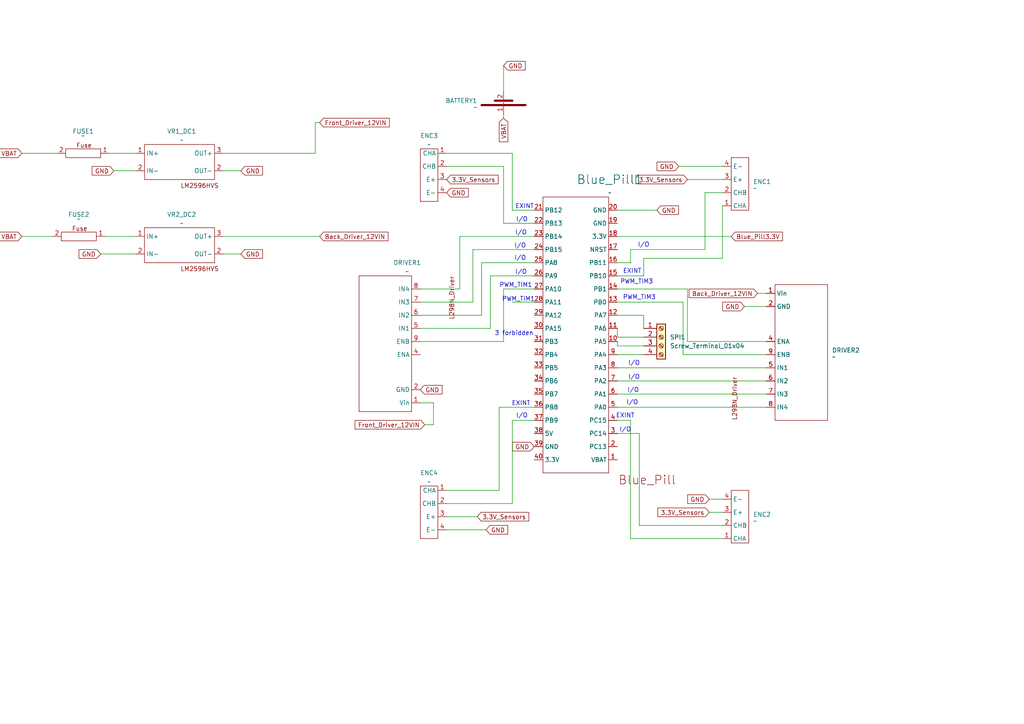
<source format=kicad_sch>
(kicad_sch (version 20231120) (generator "eeschema") (generator_version "8.0")
  (paper "A4")
  (lib_symbols
    (symbol "Connector:Screw_Terminal_01x04" (pin_names (offset 1.016) hide)
      (property "Reference" "J" (at 0 5.08 0))
      (property "Value" "Screw_Terminal_01x04" (at 0 -7.62 0))
      (symbol "Screw_Terminal_01x04_1_1"
        (rectangle (start -1.27 3.81) (end 1.27 -6.35) (stroke (width 0.254)) (fill (type background)))
        (circle (center 0 -5.08) (radius 0.635) (stroke (width 0.1524)))
        (circle (center 0 -2.54) (radius 0.635) (stroke (width 0.1524)))
        (polyline (pts (xy -0.5334 -4.7498) (xy 0.3302 -5.588)) (stroke (width 0.1524)))
        (polyline (pts (xy -0.5334 -2.2098) (xy 0.3302 -3.048)) (stroke (width 0.1524)))
        (polyline (pts (xy -0.5334 0.3302) (xy 0.3302 -0.508)) (stroke (width 0.1524)))
        (polyline (pts (xy -0.5334 2.8702) (xy 0.3302 2.032)) (stroke (width 0.1524)))
        (polyline (pts (xy -0.3556 -4.572) (xy 0.508 -5.4102)) (stroke (width 0.1524)))
        (polyline (pts (xy -0.3556 -2.032) (xy 0.508 -2.8702)) (stroke (width 0.1524)))
        (polyline (pts (xy -0.3556 0.508) (xy 0.508 -0.3302)) (stroke (width 0.1524)))
        (polyline (pts (xy -0.3556 3.048) (xy 0.508 2.2098)) (stroke (width 0.1524)))
        (circle (center 0 0) (radius 0.635) (stroke (width 0.1524)))
        (circle (center 0 2.54) (radius 0.635) (stroke (width 0.1524)))
        (pin passive line (at -5.08 2.54 0) (length 3.81) (name "Pin_1") (number "1"))
        (pin passive line (at -5.08 0 0) (length 3.81) (name "Pin_2") (number "2"))
        (pin passive line (at -5.08 -2.54 0) (length 3.81) (name "Pin_3") (number "3"))
        (pin passive line (at -5.08 -5.08 0) (length 3.81) (name "Pin_4") (number "4"))
      )
    )
    (symbol "M4_library:Battery"
      (property "Reference" "U" (at -2.286 3.556 0))
      (symbol "Battery_1_1"
        (polyline (pts (xy -6.35 1.27) (xy 6.35 1.27)) (stroke (width 0.635)))
        (polyline (pts (xy 2.54 0) (xy -2.54 0)) (stroke (width 0.635)))
        (pin output line (at 0 3.81 270) (length 2.54) (name "VDD") (number "1"))
        (pin output line (at 0 -2.54 90) (length 2.54) (name "GND") (number "2"))
      )
    )
    (symbol "M4_library:Blue_Pill"
      (property "Reference" "IC" (at -32.258 61.976 0))
      (symbol "Blue_Pill_0_1"
        (rectangle (start -6.35 53.34) (end 12.7 -26.67))
      )
      (symbol "Blue_Pill_1_1"
        (text "Blue_Pill\n" (at 23.876 -28.702 0) (effects (font (size 2.54 2.54))))
        (pin output line (at 15.24 -22.86 180) (length 2.54) (name "VBAT") (number "1"))
        (pin output line (at 15.24 11.43 180) (length 2.54) (name "PA5") (number "10"))
        (pin output line (at 15.24 15.24 180) (length 2.54) (name "PA6") (number "11"))
        (pin output line (at 15.24 19.05 180) (length 2.54) (name "PA7") (number "12"))
        (pin output line (at 15.24 22.86 180) (length 2.54) (name "PB0") (number "13"))
        (pin output line (at 15.24 26.67 180) (length 2.54) (name "PB1") (number "14"))
        (pin output line (at 15.24 30.48 180) (length 2.54) (name "PB10") (number "15"))
        (pin output line (at 15.24 34.29 180) (length 2.54) (name "PB11") (number "16"))
        (pin output line (at 15.24 38.1 180) (length 2.54) (name "NRST") (number "17"))
        (pin input line (at 15.24 41.91 180) (length 2.54) (name "3.3V") (number "18"))
        (pin input line (at 15.24 45.72 180) (length 2.54) (name "GND") (number "19"))
        (pin output line (at 15.24 -19.05 180) (length 2.54) (name "PC13") (number "2"))
        (pin input line (at 15.24 49.53 180) (length 2.54) (name "GND") (number "20"))
        (pin output line (at -8.89 49.53 0) (length 2.54) (name "PB12") (number "21"))
        (pin output line (at -8.89 45.72 0) (length 2.54) (name "PB13") (number "22"))
        (pin output line (at -8.89 41.91 0) (length 2.54) (name "PB14") (number "23"))
        (pin output line (at -8.89 38.1 0) (length 2.54) (name "PB15") (number "24"))
        (pin output line (at -8.89 34.29 0) (length 2.54) (name "PA8") (number "25"))
        (pin output line (at -8.89 30.48 0) (length 2.54) (name "PA9") (number "26"))
        (pin output line (at -8.89 26.67 0) (length 2.54) (name "PA10") (number "27"))
        (pin output line (at -8.89 22.86 0) (length 2.54) (name "PA11") (number "28"))
        (pin output line (at -8.89 19.05 0) (length 2.54) (name "PA12") (number "29"))
        (pin output line (at 15.24 -15.24 180) (length 2.54) (name "PC14") (number "3"))
        (pin output line (at -8.89 15.24 0) (length 2.54) (name "PA15") (number "30"))
        (pin output line (at -8.89 11.43 0) (length 2.54) (name "PB3") (number "31"))
        (pin output line (at -8.89 7.62 0) (length 2.54) (name "PB4") (number "32"))
        (pin output line (at -8.89 3.81 0) (length 2.54) (name "PB5") (number "33"))
        (pin output line (at -8.89 0 0) (length 2.54) (name "PB6") (number "34"))
        (pin output line (at -8.89 -3.81 0) (length 2.54) (name "PB7") (number "35"))
        (pin output line (at -8.89 -7.62 0) (length 2.54) (name "PB8") (number "36"))
        (pin output line (at -8.89 -11.43 0) (length 2.54) (name "PB9") (number "37"))
        (pin input line (at -8.89 -15.24 0) (length 2.54) (name "5V") (number "38"))
        (pin input line (at -8.89 -19.05 0) (length 2.54) (name "GND") (number "39"))
        (pin output line (at 15.24 -11.43 180) (length 2.54) (name "PC15") (number "4"))
        (pin input line (at -8.89 -22.86 0) (length 2.54) (name "3.3V") (number "40"))
        (pin output line (at 15.24 -7.62 180) (length 2.54) (name "PA0") (number "5"))
        (pin output line (at 15.24 -3.81 180) (length 2.54) (name "PA1") (number "6"))
        (pin output line (at 15.24 0 180) (length 2.54) (name "PA2") (number "7"))
        (pin output line (at 15.24 3.81 180) (length 2.54) (name "PA3") (number "8"))
        (pin output line (at 15.24 7.62 180) (length 2.54) (name "PA4") (number "9"))
      )
    )
    (symbol "M4_library:Encoder"
      (property "Reference" "M" (at -20.066 5.842 0))
      (symbol "Encoder_0_1"
        (rectangle (start -3.81 -1.27) (end 1.27 -16.51))
      )
      (symbol "Encoder_1_1"
        (pin input line (at 3.81 -2.54 180) (length 2.54) (name "CHA") (number "1"))
        (pin input line (at 3.81 -6.35 180) (length 2.54) (name "CHB") (number "2"))
        (pin input line (at 3.81 -10.16 180) (length 2.54) (name "E+") (number "3"))
        (pin input line (at 3.81 -13.97 180) (length 2.54) (name "E-") (number "4"))
      )
    )
    (symbol "M4_library:L298N_DRIVER"
      (property "Reference" "IC" (at -19.304 11.43 0))
      (symbol "L298N_DRIVER_0_1"
        (rectangle (start -20.32 10.16) (end 19.05 -5.08))
      )
      (symbol "L298N_DRIVER_1_1"
        (text "L298N_Driver\n" (at 12.7 -16.764 0) (effects (font (size 1.27 1.27))))
        (pin input line (at -17.78 -7.62 90) (length 2.54) (name "Vin") (number "1"))
        (pin input line (at -13.97 -7.62 90) (length 2.54) (name "GND") (number "2"))
        (pin output line (at -3.81 -7.62 90) (length 2.54) (name "ENA") (number "4"))
        (pin output line (at 3.81 -7.62 90) (length 2.54) (name "IN1") (number "5"))
        (pin output line (at 7.62 -7.62 90) (length 2.54) (name "IN2") (number "6"))
        (pin output line (at 11.43 -7.62 90) (length 2.54) (name "IN3") (number "7"))
        (pin output line (at 15.24 -7.62 90) (length 2.54) (name "IN4") (number "8"))
        (pin output line (at 0 -7.62 90) (length 2.54) (name "ENB") (number "9"))
      )
    )
    (symbol "M4_library:LM2596HVS"
      (property "Reference" "VR" (at -9.652 7.366 0))
      (symbol "LM2596HVS_0_1"
        (rectangle (start -10.16 5.08) (end 10.16 -5.08))
      )
      (symbol "LM2596HVS_1_1"
        (text "LM2596HVS\n" (at 5.842 -6.858 0) (effects (font (size 1.27 1.27))))
        (pin input line (at -12.7 2.54 0) (length 2.54) (name "IN+") (number "1"))
        (pin input line (at -12.7 -2.54 0) (length 2.54) (name "IN-") (number "2"))
        (pin output line (at 12.7 -2.54 180) (length 2.54) (name "OUT-") (number "2"))
        (pin output line (at 12.7 2.54 180) (length 2.54) (name "OUT+") (number "3"))
      )
    )
    (symbol "M4_library:fuse_holder"
      (property "Reference" "U" (at -4.572 2.032 0))
      (symbol "fuse_holder_0_1"
        (rectangle (start -5.08 1.27) (end 5.08 -1.27))
      )
      (symbol "fuse_holder_1_1"
        (text "Fuse" (at 0.254 2.286 0) (effects (font (size 1.27 1.27))))
        (pin input line (at 7.62 0 180) (length 2.54) (name "") (number "1"))
        (pin output line (at -7.62 0 0) (length 2.54) (name "") (number "2"))
      )
    )
  )
  (wire (pts (xy 92.71 35.56) (xy 91.44 35.56)))
  (wire (pts (xy 144.78 118.11) (xy 154.94 118.11)))
  (wire (pts (xy 64.77 68.58) (xy 92.71 68.58)))
  (wire (pts (xy 129.54 149.86) (xy 138.43 149.86)))
  (wire (pts (xy 199.39 52.07) (xy 209.55 52.07)))
  (wire (pts (xy 148.59 146.05) (xy 148.59 121.92)))
  (wire (pts (xy 64.77 44.45) (xy 91.44 44.45)))
  (wire (pts (xy 31.75 44.45) (xy 39.37 44.45)))
  (wire (pts (xy 133.35 68.58) (xy 154.94 68.58)))
  (wire (pts (xy 209.55 59.69) (xy 209.55 74.93)))
  (wire (pts (xy 186.69 100.33) (xy 179.07 100.33)))
  (wire (pts (xy 146.05 33.02) (xy 146.05 34.29)))
  (wire (pts (xy 186.69 74.93) (xy 209.55 74.93)))
  (wire (pts (xy 198.12 102.87) (xy 222.25 102.87)))
  (wire (pts (xy 33.02 49.53) (xy 39.37 49.53)))
  (wire (pts (xy 142.24 80.01) (xy 154.94 80.01)))
  (wire (pts (xy 185.42 125.73) (xy 185.42 152.4)))
  (wire (pts (xy 199.39 99.06) (xy 199.39 83.82)))
  (wire (pts (xy 121.92 87.63) (xy 137.16 87.63)))
  (wire (pts (xy 29.21 73.66) (xy 39.37 73.66)))
  (wire (pts (xy 137.16 87.63) (xy 137.16 72.39)))
  (wire (pts (xy 129.54 146.05) (xy 148.59 146.05)))
  (wire (pts (xy 198.12 87.63) (xy 179.07 87.63)))
  (wire (pts (xy 179.07 68.58) (xy 212.09 68.58)))
  (wire (pts (xy 125.73 116.84) (xy 121.92 116.84)))
  (wire (pts (xy 146.05 48.26) (xy 146.05 64.77)))
  (wire (pts (xy 182.88 121.92) (xy 182.88 156.21)))
  (wire (pts (xy 139.7 91.44) (xy 139.7 76.2)))
  (wire (pts (xy 129.54 44.45) (xy 148.59 44.45)))
  (wire (pts (xy 6.35 44.45) (xy 16.51 44.45)))
  (wire (pts (xy 205.74 148.59) (xy 209.55 148.59)))
  (wire (pts (xy 91.44 35.56) (xy 91.44 44.45)))
  (wire (pts (xy 144.78 142.24) (xy 144.78 118.11)))
  (wire (pts (xy 148.59 44.45) (xy 148.59 60.96)))
  (wire (pts (xy 209.55 156.21) (xy 182.88 156.21)))
  (wire (pts (xy 148.59 121.92) (xy 154.94 121.92)))
  (wire (pts (xy 209.55 55.88) (xy 204.47 55.88)))
  (wire (pts (xy 179.07 118.11) (xy 222.25 118.11)))
  (wire (pts (xy 146.05 83.82) (xy 154.94 83.82)))
  (wire (pts (xy 179.07 97.79) (xy 179.07 95.25)))
  (wire (pts (xy 196.85 48.26) (xy 209.55 48.26)))
  (wire (pts (xy 146.05 64.77) (xy 154.94 64.77)))
  (wire (pts (xy 186.69 74.93) (xy 186.69 80.01)))
  (wire (pts (xy 121.92 99.06) (xy 146.05 99.06)))
  (wire (pts (xy 186.69 95.25) (xy 186.69 91.44)))
  (wire (pts (xy 199.39 99.06) (xy 222.25 99.06)))
  (wire (pts (xy 179.07 100.33) (xy 179.07 99.06)))
  (wire (pts (xy 179.07 110.49) (xy 222.25 110.49)))
  (wire (pts (xy 146.05 99.06) (xy 146.05 83.82)))
  (wire (pts (xy 219.71 85.09) (xy 222.25 85.09)))
  (wire (pts (xy 179.07 114.3) (xy 222.25 114.3)))
  (wire (pts (xy 148.59 87.63) (xy 154.94 87.63)))
  (wire (pts (xy 129.54 48.26) (xy 146.05 48.26)))
  (wire (pts (xy 179.07 76.2) (xy 182.88 76.2)))
  (wire (pts (xy 182.88 72.39) (xy 182.88 76.2)))
  (wire (pts (xy 182.88 72.39) (xy 204.47 72.39)))
  (wire (pts (xy 125.73 123.19) (xy 125.73 116.84)))
  (wire (pts (xy 129.54 142.24) (xy 144.78 142.24)))
  (wire (pts (xy 179.07 60.96) (xy 190.5 60.96)))
  (wire (pts (xy 204.47 55.88) (xy 204.47 72.39)))
  (wire (pts (xy 139.7 76.2) (xy 154.94 76.2)))
  (wire (pts (xy 64.77 73.66) (xy 69.85 73.66)))
  (wire (pts (xy 137.16 72.39) (xy 154.94 72.39)))
  (wire (pts (xy 121.92 83.82) (xy 133.35 83.82)))
  (wire (pts (xy 121.92 91.44) (xy 139.7 91.44)))
  (wire (pts (xy 179.07 80.01) (xy 186.69 80.01)))
  (wire (pts (xy 64.77 49.53) (xy 69.85 49.53)))
  (wire (pts (xy 179.07 102.87) (xy 186.69 102.87)))
  (wire (pts (xy 182.88 121.92) (xy 179.07 121.92)))
  (wire (pts (xy 215.9 88.9) (xy 222.25 88.9)))
  (wire (pts (xy 199.39 83.82) (xy 179.07 83.82)))
  (wire (pts (xy 121.92 95.25) (xy 142.24 95.25)))
  (wire (pts (xy 125.73 123.19) (xy 123.19 123.19)))
  (wire (pts (xy 179.07 125.73) (xy 185.42 125.73)))
  (wire (pts (xy 129.54 153.67) (xy 140.97 153.67)))
  (wire (pts (xy 142.24 95.25) (xy 142.24 80.01)))
  (wire (pts (xy 209.55 152.4) (xy 185.42 152.4)))
  (wire (pts (xy 6.35 68.58) (xy 15.24 68.58)))
  (wire (pts (xy 186.69 97.79) (xy 179.07 97.79)))
  (wire (pts (xy 30.48 68.58) (xy 39.37 68.58)))
  (wire (pts (xy 148.59 60.96) (xy 154.94 60.96)))
  (wire (pts (xy 179.07 106.68) (xy 222.25 106.68)))
  (wire (pts (xy 146.05 19.05) (xy 146.05 26.67)))
  (wire (pts (xy 205.74 144.78) (xy 209.55 144.78)))
  (wire (pts (xy 133.35 83.82) (xy 133.35 68.58)))
  (wire (pts (xy 179.07 91.44) (xy 186.69 91.44)))
  (wire (pts (xy 198.12 102.87) (xy 198.12 87.63)))
  (text "I/O" (at 151.384 63.754 0) (effects (font (size 1.27 1.27))))
  (text "I/O" (at 183.896 109.474 0) (effects (font (size 1.27 1.27))))
  (text "EXINT" (at 181.356 120.65 0) (effects (font (size 1.27 1.27))))
  (text "3 forbidden" (at 149.098 96.774 0) (effects (font (size 1.27 1.27))))
  (text "I/O" (at 151.384 120.65 0) (effects (font (size 1.27 1.27))))
  (text "I/O" (at 151.13 67.564 0) (effects (font (size 1.27 1.27))))
  (text "PWM_TIM3\n\n" (at 185.42 87.376 0) (effects (font (size 1.27 1.27))))
  (text "PWM_TIM3\n" (at 184.658 81.788 0) (effects (font (size 1.27 1.27))))
  (text "I/O" (at 151.13 78.994 0) (effects (font (size 1.27 1.27))))
  (text "EXINT" (at 183.388 78.74 0) (effects (font (size 1.27 1.27))))
  (text "I/O" (at 181.356 124.714 0) (effects (font (size 1.27 1.27))))
  (text "EXINT" (at 152.146 59.944 0) (effects (font (size 1.27 1.27))))
  (text "I/O" (at 183.388 116.84 0) (effects (font (size 1.27 1.27))))
  (text "I/O" (at 186.69 71.12 0) (effects (font (size 1.27 1.27))))
  (text "I/O" (at 150.876 71.374 0) (effects (font (size 1.27 1.27))))
  (text "EXINT" (at 151.13 117.094 0) (effects (font (size 1.27 1.27))))
  (text "PWM_TIM1\n\n" (at 149.606 83.82 0) (effects (font (size 1.27 1.27))))
  (text "PWM_TIM1\n\n" (at 150.368 87.884 0) (effects (font (size 1.27 1.27))))
  (text "I/O" (at 183.896 105.41 0) (effects (font (size 1.27 1.27))))
  (text "I/O" (at 150.876 74.93 0) (effects (font (size 1.27 1.27))))
  (text "I/O" (at 183.642 113.284 0) (effects (font (size 1.27 1.27))))
  (global_label "GND" (shape input) (at 69.85 73.66 0) (property "Intersheetrefs" "${INTERSHEET_REFS}" (effects (hide yes))))
  (global_label "Front_Driver_12VIN" (shape input) (at 92.71 35.56 0) (property "Intersheetrefs" "${INTERSHEET_REFS}" (effects (hide yes))))
  (global_label "Back_Driver_12VIN" (shape input) (at 219.71 85.09 180) (property "Intersheetrefs" "${INTERSHEET_REFS}" (effects (hide yes))))
  (global_label "3.3V_Sensors" (shape input) (at 138.43 149.86 0) (property "Intersheetrefs" "${INTERSHEET_REFS}" (effects (hide yes))))
  (global_label "GND" (shape input) (at 129.54 55.88 0) (property "Intersheetrefs" "${INTERSHEET_REFS}" (effects (hide yes))))
  (global_label "GND" (shape input) (at 33.02 49.53 180) (property "Intersheetrefs" "${INTERSHEET_REFS}" (effects (hide yes))))
  (global_label "GND" (shape input) (at 69.85 49.53 0) (property "Intersheetrefs" "${INTERSHEET_REFS}" (effects (hide yes))))
  (global_label "GND" (shape input) (at 140.97 153.67 0) (property "Intersheetrefs" "${INTERSHEET_REFS}" (effects (hide yes))))
  (global_label "VBAT" (shape input) (at 6.35 44.45 180) (property "Intersheetrefs" "${INTERSHEET_REFS}" (effects (hide yes))))
  (global_label "Back_Driver_12VIN" (shape input) (at 92.71 68.58 0) (property "Intersheetrefs" "${INTERSHEET_REFS}" (effects (hide yes))))
  (global_label "GND" (shape input) (at 146.05 19.05 0) (property "Intersheetrefs" "${INTERSHEET_REFS}" (effects (hide yes))))
  (global_label "VBAT" (shape input) (at 6.35 68.58 180) (property "Intersheetrefs" "${INTERSHEET_REFS}" (effects (hide yes))))
  (global_label "3.3V_Sensors" (shape input) (at 129.54 52.07 0) (property "Intersheetrefs" "${INTERSHEET_REFS}" (effects (hide yes))))
  (global_label "GND" (shape input) (at 215.9 88.9 180) (property "Intersheetrefs" "${INTERSHEET_REFS}" (effects (hide yes))))
  (global_label "GND" (shape input) (at 154.94 129.54 180) (property "Intersheetrefs" "${INTERSHEET_REFS}" (effects (hide yes))))
  (global_label "VBAT" (shape input) (at 146.05 34.29 270) (property "Intersheetrefs" "${INTERSHEET_REFS}" (effects (hide yes))))
  (global_label "3.3V_Sensors" (shape input) (at 199.39 52.07 180) (property "Intersheetrefs" "${INTERSHEET_REFS}" (effects (hide yes))))
  (global_label "Front_Driver_12VIN" (shape input) (at 123.19 123.19 180) (property "Intersheetrefs" "${INTERSHEET_REFS}" (effects (hide yes))))
  (global_label "GND" (shape input) (at 29.21 73.66 180) (property "Intersheetrefs" "${INTERSHEET_REFS}" (effects (hide yes))))
  (global_label "GND" (shape input) (at 205.74 144.78 180) (property "Intersheetrefs" "${INTERSHEET_REFS}" (effects (hide yes))))
  (global_label "3.3V_Sensors" (shape input) (at 205.74 148.59 180) (property "Intersheetrefs" "${INTERSHEET_REFS}" (effects (hide yes))))
  (global_label "GND" (shape input) (at 121.92 113.03 0) (property "Intersheetrefs" "${INTERSHEET_REFS}" (effects (hide yes))))
  (global_label "Blue_Pill3.3V" (shape input) (at 212.09 68.58 0) (property "Intersheetrefs" "${INTERSHEET_REFS}" (effects (hide yes))))
  (global_label "GND" (shape input) (at 196.85 48.26 180) (property "Intersheetrefs" "${INTERSHEET_REFS}" (effects (hide yes))))
  (global_label "GND" (shape input) (at 190.5 60.96 0) (property "Intersheetrefs" "${INTERSHEET_REFS}" (effects (hide yes))))
  (symbol (lib_id "M4_library:Encoder") (at 213.36 158.75 180) (unit 1)
    (property "Reference" "ENC2" (at 218.44 149.2249 0) (effects (justify right)))
    (property "Value" "~" (at 218.44 151.13 0) (effects (justify right)))
    (property "Footprint" "M4_PCB:Encoder" (effects (hide yes)))
  )
  (symbol (lib_id "M4_library:Encoder") (at 213.36 62.23 180) (unit 1)
    (property "Reference" "ENC1" (at 218.44 52.7049 0) (effects (justify right)))
    (property "Value" "~" (at 218.44 54.61 0) (effects (justify right)))
    (property "Footprint" "M4_PCB:Encoder" (effects (hide yes)))
  )
  (symbol (lib_id "Connector:Screw_Terminal_01x04") (at 191.77 97.79 0) (unit 1)
    (property "Reference" "SPI1" (at 194.31 97.7899 0) (effects (justify left)))
    (property "Value" "Screw_Terminal_01x04" (at 194.31 100.3299 0) (effects (justify left)))
    (property "Description" "Generic screw terminal, single row, 01x04, script generated (kicad-library-utils/schlib/autogen/connector/)" (effects (hide yes)))
  )
  (symbol (lib_id "M4_library:L298N_DRIVER") (at 229.87 102.87 270) (unit 1)
    (property "Reference" "DRIVER2" (at 241.3 101.5999 90) (effects (justify left)))
    (property "Value" "~" (at 241.3 103.505 90) (effects (justify left)))
    (property "Footprint" "M4_PCB:L298N" (effects (hide yes)))
  )
  (symbol (lib_id "M4_library:L298N_DRIVER") (at 114.3 99.06 90) (unit 1)
    (property "Reference" "DRIVER1" (at 118.1128 76.2 90))
    (property "Value" "~" (at 118.1128 78.74 90))
    (property "Footprint" "M4_PCB:L298N" (effects (hide yes)))
  )
  (symbol (lib_id "M4_library:fuse_holder") (at 22.86 68.58 0) (unit 1)
    (property "Reference" "FUSE2" (at 22.86 62.23 0))
    (property "Value" "~" (at 22.86 63.5 0))
    (property "Footprint" "M4_PCB:Fuse_Holder" (effects (hide yes)))
  )
  (symbol (lib_id "M4_library:LM2596HVS") (at 52.07 46.99 0) (unit 1)
    (property "Reference" "VR1_DC1" (at 52.7031 38.1 0))
    (property "Value" "~" (at 52.7031 40.64 0))
    (property "Footprint" "M4_PCB:LM2596HVS" (effects (hide yes)))
  )
  (symbol (lib_id "M4_library:LM2596HVS") (at 52.07 71.12 0) (unit 1)
    (property "Reference" "VR2_DC2" (at 52.7031 62.23 0))
    (property "Value" "~" (at 52.7031 64.77 0))
    (property "Footprint" "M4_PCB:LM2596HVS" (effects (hide yes)))
  )
  (symbol (lib_id "M4_library:Encoder") (at 125.73 41.91 0) (unit 1)
    (property "Reference" "ENC3" (at 124.46 39.37 0))
    (property "Value" "~" (at 124.46 41.91 0))
    (property "Footprint" "M4_PCB:Encoder" (effects (hide yes)))
  )
  (symbol (lib_id "M4_library:Encoder") (at 125.73 139.7 0) (unit 1)
    (property "Reference" "ENC4" (at 124.46 137.16 0))
    (property "Value" "~" (at 124.46 139.7 0))
    (property "Footprint" "M4_PCB:Encoder" (effects (hide yes)))
  )
  (symbol (lib_id "M4_library:Battery") (at 146.05 29.21 180) (unit 1)
    (property "Reference" "BATTERY1" (at 138.43 29.2099 0) (effects (justify left)))
    (property "Value" "~" (at 138.43 31.115 0) (effects (justify left)))
    (property "Footprint" "M4_PCB:battery" (effects (hide yes)))
  )
  (symbol (lib_id "M4_library:Blue_Pill") (at 163.83 110.49 0) (unit 1)
    (property "Reference" "Blue_Pill1" (at 176.877 52.07 0) (effects (font (size 2.54 2.54))))
    (property "Value" "~" (at 176.877 55.88 0))
    (property "Footprint" "M4_PCB:blue_pill" (effects (hide yes)))
  )
  (symbol (lib_id "M4_library:fuse_holder") (at 24.13 44.45 0) (unit 1)
    (property "Reference" "FUSE1" (at 24.13 38.1 0))
    (property "Value" "~" (at 24.13 39.37 0))
    (property "Footprint" "M4_PCB:Fuse_Holder" (effects (hide yes)))
  )
)
</source>
